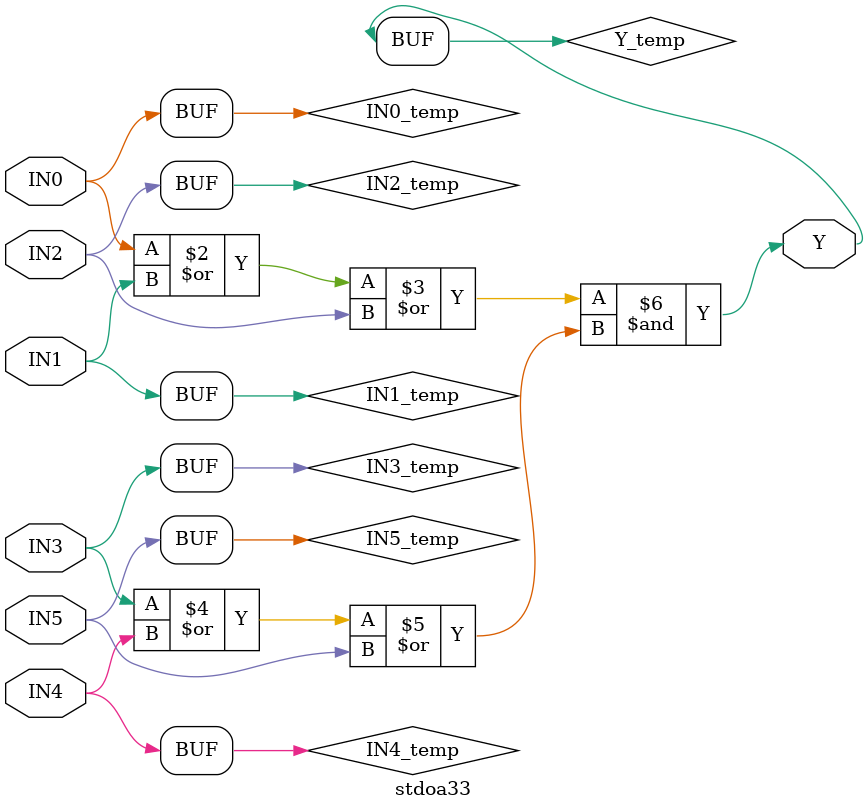
<source format=v>
module stdoa33(IN0,IN1,IN2,IN3,IN4,IN5,Y);
  parameter
        d_IN0_r = 0,
        d_IN0_f = 0,
        d_IN1_r = 0,
        d_IN1_f = 0,
        d_IN2_r = 0,
        d_IN2_f = 0,
        d_IN3_r = 0,
        d_IN3_f = 0,
        d_IN4_r = 0,
        d_IN4_f = 0,
        d_IN5_r = 0,
        d_IN5_f = 0,
        d_Y_r = 1,
        d_Y_f = 1;
  input  IN0;
  input  IN1;
  input  IN2;
  input  IN3;
  input  IN4;
  input  IN5;
  output  Y;
  wire  IN0_temp;
  wire  IN1_temp;
  wire  IN2_temp;
  wire  IN3_temp;
  wire  IN4_temp;
  wire  IN5_temp;
  reg  Y_temp;
  assign #(d_IN0_r,d_IN0_f) IN0_temp = IN0;
  assign #(d_IN1_r,d_IN1_f) IN1_temp = IN1;
  assign #(d_IN2_r,d_IN2_f) IN2_temp = IN2;
  assign #(d_IN3_r,d_IN3_f) IN3_temp = IN3;
  assign #(d_IN4_r,d_IN4_f) IN4_temp = IN4;
  assign #(d_IN5_r,d_IN5_f) IN5_temp = IN5;
  assign #(d_Y_r,d_Y_f) Y = Y_temp;
  always
    @(IN0_temp or IN1_temp or IN2_temp or IN3_temp or IN4_temp or IN5_temp)
      begin
      Y_temp = (((IN0_temp | IN1_temp) | IN2_temp) & ((IN3_temp | IN4_temp) | IN5_temp));
      end
endmodule

</source>
